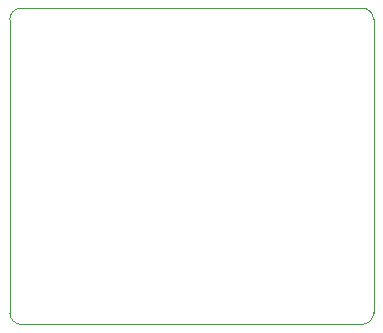
<source format=gbr>
G04 #@! TF.GenerationSoftware,KiCad,Pcbnew,(5.1.10-1-10_14)*
G04 #@! TF.CreationDate,2021-11-03T01:45:13-04:00*
G04 #@! TF.ProjectId,MVX_Audio_Separator,4d56585f-4175-4646-996f-5f5365706172,1*
G04 #@! TF.SameCoordinates,Original*
G04 #@! TF.FileFunction,Profile,NP*
%FSLAX46Y46*%
G04 Gerber Fmt 4.6, Leading zero omitted, Abs format (unit mm)*
G04 Created by KiCad (PCBNEW (5.1.10-1-10_14)) date 2021-11-03 01:45:13*
%MOMM*%
%LPD*%
G01*
G04 APERTURE LIST*
G04 #@! TA.AperFunction,Profile*
%ADD10C,0.100000*%
G04 #@! TD*
G04 APERTURE END LIST*
D10*
X115879999Y-114650199D02*
G75*
G02*
X114880001Y-113669999I1J1000199D01*
G01*
X145690199Y-113650001D02*
G75*
G02*
X144709999Y-114649999I-1000199J1D01*
G01*
X144690001Y-87849801D02*
G75*
G02*
X145689999Y-88830001I-1J-1000199D01*
G01*
X114879801Y-88849999D02*
G75*
G02*
X115860001Y-87850001I1000199J-1D01*
G01*
X114879801Y-88849999D02*
X114880001Y-113669999D01*
X115879999Y-114650199D02*
X144709999Y-114649999D01*
X145689999Y-88830001D02*
X145690199Y-113650001D01*
X115860001Y-87850001D02*
X144690001Y-87849801D01*
M02*

</source>
